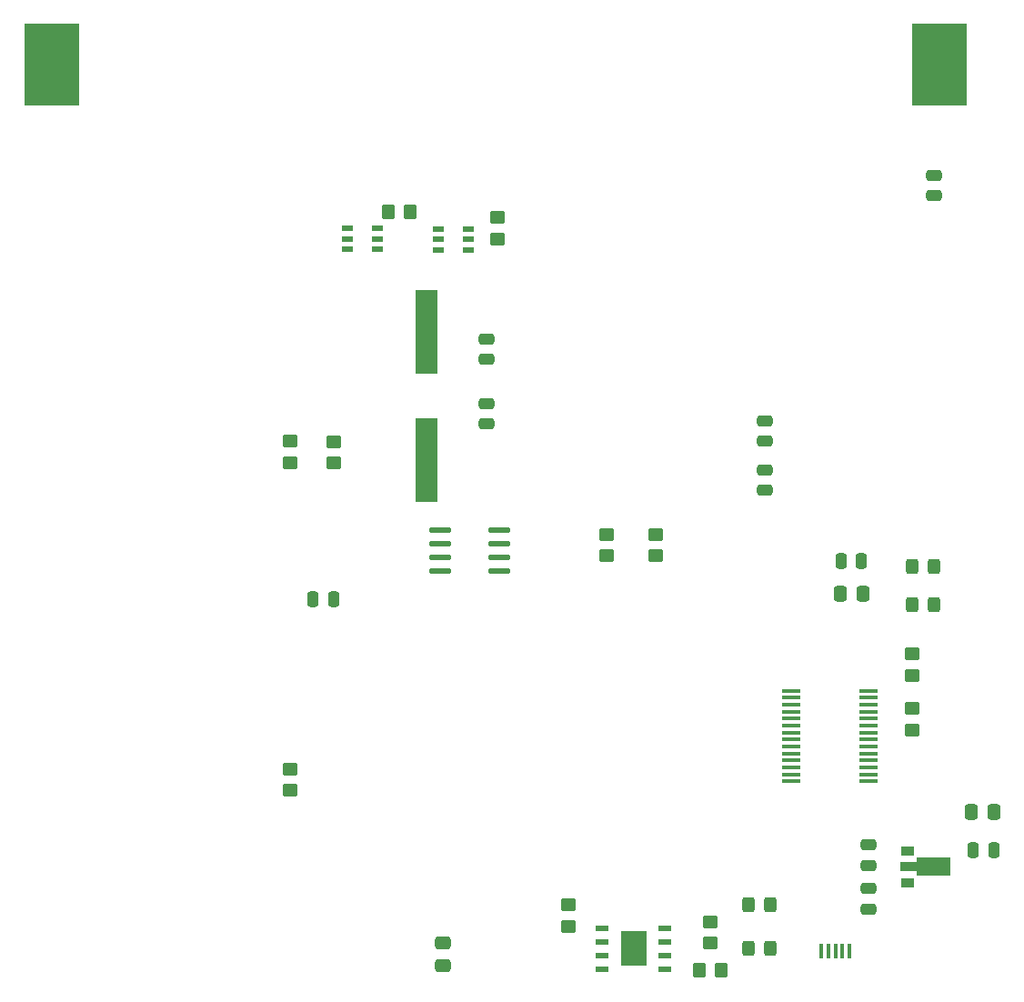
<source format=gbr>
%TF.GenerationSoftware,KiCad,Pcbnew,(7.0.0)*%
%TF.CreationDate,2023-04-13T19:44:05+02:00*%
%TF.ProjectId,EEE3088_design_project,45454533-3038-4385-9f64-657369676e5f,1.0*%
%TF.SameCoordinates,Original*%
%TF.FileFunction,Paste,Top*%
%TF.FilePolarity,Positive*%
%FSLAX46Y46*%
G04 Gerber Fmt 4.6, Leading zero omitted, Abs format (unit mm)*
G04 Created by KiCad (PCBNEW (7.0.0)) date 2023-04-13 19:44:05*
%MOMM*%
%LPD*%
G01*
G04 APERTURE LIST*
G04 Aperture macros list*
%AMRoundRect*
0 Rectangle with rounded corners*
0 $1 Rounding radius*
0 $2 $3 $4 $5 $6 $7 $8 $9 X,Y pos of 4 corners*
0 Add a 4 corners polygon primitive as box body*
4,1,4,$2,$3,$4,$5,$6,$7,$8,$9,$2,$3,0*
0 Add four circle primitives for the rounded corners*
1,1,$1+$1,$2,$3*
1,1,$1+$1,$4,$5*
1,1,$1+$1,$6,$7*
1,1,$1+$1,$8,$9*
0 Add four rect primitives between the rounded corners*
20,1,$1+$1,$2,$3,$4,$5,0*
20,1,$1+$1,$4,$5,$6,$7,0*
20,1,$1+$1,$6,$7,$8,$9,0*
20,1,$1+$1,$8,$9,$2,$3,0*%
%AMFreePoly0*
4,1,9,3.862500,-0.866500,0.737500,-0.866500,0.737500,-0.450000,-0.737500,-0.450000,-0.737500,0.450000,0.737500,0.450000,0.737500,0.866500,3.862500,0.866500,3.862500,-0.866500,3.862500,-0.866500,$1*%
G04 Aperture macros list end*
%ADD10R,1.300000X0.900000*%
%ADD11FreePoly0,0.000000*%
%ADD12RoundRect,0.250000X0.450000X-0.350000X0.450000X0.350000X-0.450000X0.350000X-0.450000X-0.350000X0*%
%ADD13RoundRect,0.250000X0.350000X0.450000X-0.350000X0.450000X-0.350000X-0.450000X0.350000X-0.450000X0*%
%ADD14RoundRect,0.250000X-0.250000X-0.475000X0.250000X-0.475000X0.250000X0.475000X-0.250000X0.475000X0*%
%ADD15RoundRect,0.250000X0.475000X-0.250000X0.475000X0.250000X-0.475000X0.250000X-0.475000X-0.250000X0*%
%ADD16RoundRect,0.250000X-0.337500X-0.475000X0.337500X-0.475000X0.337500X0.475000X-0.337500X0.475000X0*%
%ADD17RoundRect,0.250000X-0.325000X-0.450000X0.325000X-0.450000X0.325000X0.450000X-0.325000X0.450000X0*%
%ADD18R,1.000000X0.550013*%
%ADD19RoundRect,0.250000X-0.450000X0.350000X-0.450000X-0.350000X0.450000X-0.350000X0.450000X0.350000X0*%
%ADD20RoundRect,0.250000X-0.475000X0.250000X-0.475000X-0.250000X0.475000X-0.250000X0.475000X0.250000X0*%
%ADD21R,0.400000X1.400000*%
%ADD22RoundRect,0.250000X-0.475000X0.337500X-0.475000X-0.337500X0.475000X-0.337500X0.475000X0.337500X0*%
%ADD23RoundRect,0.250000X0.325000X0.450000X-0.325000X0.450000X-0.325000X-0.450000X0.325000X-0.450000X0*%
%ADD24O,2.045009X0.588011*%
%ADD25R,5.080010X7.620015*%
%ADD26R,1.200000X0.600000*%
%ADD27R,2.400000X3.300000*%
%ADD28R,2.000000X7.875000*%
%ADD29R,1.750000X0.450000*%
G04 APERTURE END LIST*
D10*
%TO.C,U7*%
X172293999Y-141755999D03*
D11*
X172381500Y-143256000D03*
D10*
X172293999Y-144755999D03*
%TD*%
D12*
%TO.C,R9*%
X148844000Y-114300000D03*
X148844000Y-112300000D03*
%TD*%
D13*
%TO.C,R4*%
X154940000Y-152908000D03*
X152940000Y-152908000D03*
%TD*%
D14*
%TO.C,C8*%
X178440000Y-141732000D03*
X180340000Y-141732000D03*
%TD*%
D12*
%TO.C,R11*%
X118872000Y-105648000D03*
X118872000Y-103648000D03*
%TD*%
D15*
%TO.C,C10*%
X168656000Y-143124000D03*
X168656000Y-141224000D03*
%TD*%
D14*
%TO.C,C1*%
X166120500Y-114746000D03*
X168020500Y-114746000D03*
%TD*%
%TO.C,C13*%
X116972000Y-118364000D03*
X118872000Y-118364000D03*
%TD*%
D16*
%TO.C,C2*%
X166094500Y-117856000D03*
X168169500Y-117856000D03*
%TD*%
D17*
%TO.C,D1*%
X172702000Y-118872000D03*
X174752000Y-118872000D03*
%TD*%
D12*
%TO.C,R5*%
X140716000Y-148812000D03*
X140716000Y-146812000D03*
%TD*%
D15*
%TO.C,C12*%
X174752000Y-80772000D03*
X174752000Y-78872000D03*
%TD*%
D18*
%TO.C,U5*%
X128647948Y-83886037D03*
X128647948Y-84835999D03*
X128647948Y-85785961D03*
X131448050Y-85785961D03*
X131448050Y-84835999D03*
X131448050Y-83886037D03*
%TD*%
D19*
%TO.C,R12*%
X114808000Y-134144000D03*
X114808000Y-136144000D03*
%TD*%
D20*
%TO.C,C5*%
X159004000Y-106304000D03*
X159004000Y-108204000D03*
%TD*%
D18*
%TO.C,U6*%
X120135897Y-83819999D03*
X120135897Y-84769961D03*
X120135897Y-85719923D03*
X122935999Y-85719923D03*
X122935999Y-84769961D03*
X122935999Y-83819999D03*
%TD*%
D17*
%TO.C,D4*%
X157462000Y-150876000D03*
X159512000Y-150876000D03*
%TD*%
D12*
%TO.C,R8*%
X144272000Y-114300000D03*
X144272000Y-112300000D03*
%TD*%
D21*
%TO.C,USB1*%
X164308024Y-151051826D03*
X164958012Y-151051826D03*
X165607999Y-151051826D03*
X166257986Y-151051826D03*
X166907974Y-151051826D03*
%TD*%
D22*
%TO.C,C9*%
X129032000Y-150346500D03*
X129032000Y-152421500D03*
%TD*%
D12*
%TO.C,R2*%
X172720000Y-125444000D03*
X172720000Y-123444000D03*
%TD*%
D16*
%TO.C,C7*%
X178265000Y-138176000D03*
X180340000Y-138176000D03*
%TD*%
D23*
%TO.C,D3*%
X159512000Y-146812000D03*
X157462000Y-146812000D03*
%TD*%
D12*
%TO.C,R1*%
X172720000Y-130524000D03*
X172720000Y-128524000D03*
%TD*%
D17*
%TO.C,D2*%
X172702000Y-115316000D03*
X174752000Y-115316000D03*
%TD*%
D15*
%TO.C,C11*%
X168656000Y-147188000D03*
X168656000Y-145288000D03*
%TD*%
D24*
%TO.C,U3*%
X128799583Y-111886995D03*
X128799583Y-113156998D03*
X128799583Y-114427000D03*
X128799583Y-115697003D03*
X134344415Y-115697003D03*
X134344415Y-114427000D03*
X134344415Y-113156998D03*
X134344415Y-111886995D03*
%TD*%
D25*
%TO.C,BT1*%
X175259999Y-68579999D03*
X92633633Y-68579999D03*
%TD*%
D19*
%TO.C,R7*%
X134112000Y-82804000D03*
X134112000Y-84804000D03*
%TD*%
D15*
%TO.C,C3*%
X133129000Y-102009000D03*
X133129000Y-100109000D03*
%TD*%
D26*
%TO.C,U4*%
X143903693Y-148970995D03*
X143903693Y-150240998D03*
X143903693Y-151511000D03*
X143903693Y-152781003D03*
X149720305Y-152781003D03*
X149720305Y-151511000D03*
X149720305Y-150240998D03*
X149720305Y-148970995D03*
D27*
X146811999Y-150875999D03*
%TD*%
D15*
%TO.C,C4*%
X133129000Y-95979000D03*
X133129000Y-94079000D03*
%TD*%
D13*
%TO.C,R6*%
X125984000Y-82296000D03*
X123984000Y-82296000D03*
%TD*%
D28*
%TO.C,Y1*%
X127507999Y-93471999D03*
X127507999Y-105346999D03*
%TD*%
D12*
%TO.C,R10*%
X114808000Y-105632000D03*
X114808000Y-103632000D03*
%TD*%
D19*
%TO.C,R3*%
X153924000Y-148368000D03*
X153924000Y-150368000D03*
%TD*%
D29*
%TO.C,U2*%
X161499999Y-126838999D03*
X161499999Y-127488999D03*
X161499999Y-128138999D03*
X161499999Y-128788999D03*
X161499999Y-129438999D03*
X161499999Y-130088999D03*
X161499999Y-130738999D03*
X161499999Y-131388999D03*
X161499999Y-132038999D03*
X161499999Y-132688999D03*
X161499999Y-133338999D03*
X161499999Y-133988999D03*
X161499999Y-134638999D03*
X161499999Y-135288999D03*
X168699999Y-135288999D03*
X168699999Y-134638999D03*
X168699999Y-133988999D03*
X168699999Y-133338999D03*
X168699999Y-132688999D03*
X168699999Y-132038999D03*
X168699999Y-131388999D03*
X168699999Y-130738999D03*
X168699999Y-130088999D03*
X168699999Y-129438999D03*
X168699999Y-128788999D03*
X168699999Y-128138999D03*
X168699999Y-127488999D03*
X168699999Y-126838999D03*
%TD*%
D15*
%TO.C,C6*%
X159004000Y-103632000D03*
X159004000Y-101732000D03*
%TD*%
M02*

</source>
